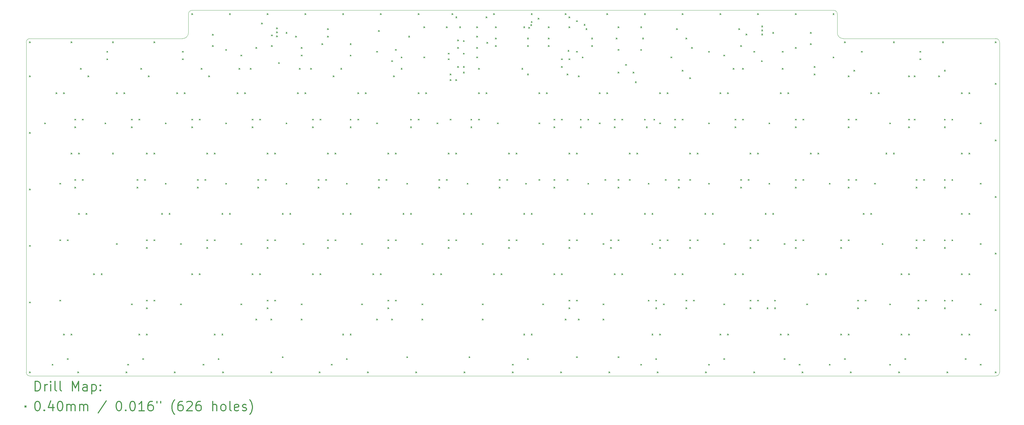
<source format=gbr>
%FSLAX45Y45*%
G04 Gerber Fmt 4.5, Leading zero omitted, Abs format (unit mm)*
G04 Created by KiCad (PCBNEW (5.1.8-0-10_14)) date 2021-11-24 06:39:21*
%MOMM*%
%LPD*%
G01*
G04 APERTURE LIST*
%TA.AperFunction,Profile*%
%ADD10C,0.050000*%
%TD*%
%ADD11C,0.200000*%
%ADD12C,0.300000*%
G04 APERTURE END LIST*
D10*
X-654844Y-13335011D02*
X-654844Y-13513605D01*
X-535782Y-13632668D02*
G75*
G02*
X-654844Y-13513605I0J119063D01*
G01*
X29944244Y-13632668D02*
X-535782Y-13632668D01*
X30063306Y-13513605D02*
X30063306Y-13335011D01*
X30063306Y-13513605D02*
G75*
G02*
X29944244Y-13632668I-119063J0D01*
G01*
X-654844Y-3095628D02*
X-654844Y-13335011D01*
X4583910Y-2083595D02*
X24824552Y-2083595D01*
X4464848Y-2202658D02*
G75*
G02*
X4583910Y-2083595I119063J0D01*
G01*
X4464848Y-2797971D02*
X4464848Y-2202658D01*
X4286254Y-2976565D02*
X-535782Y-2976565D01*
X4464848Y-2797971D02*
G75*
G02*
X4286254Y-2976565I-178594J0D01*
G01*
X-654844Y-3095628D02*
G75*
G02*
X-535782Y-2976565I119063J0D01*
G01*
X30063306Y-3095628D02*
X30063306Y-13335011D01*
X29944244Y-2976565D02*
G75*
G02*
X30063306Y-3095628I0J-119063D01*
G01*
X25122209Y-2976565D02*
X29944244Y-2976565D01*
X25122209Y-2976565D02*
G75*
G02*
X24943615Y-2797971I0J178594D01*
G01*
X24943615Y-2202658D02*
X24943615Y-2797971D01*
X24824552Y-2083595D02*
G75*
G02*
X24943615Y-2202658I0J-119063D01*
G01*
D11*
X-555782Y-3075628D02*
X-515782Y-3115628D01*
X-515782Y-3075628D02*
X-555782Y-3115628D01*
X-555782Y-4147191D02*
X-515782Y-4187191D01*
X-515782Y-4147191D02*
X-555782Y-4187191D01*
X-555782Y-5933130D02*
X-515782Y-5973130D01*
X-515782Y-5933130D02*
X-555782Y-5973130D01*
X-555782Y-7719069D02*
X-515782Y-7759069D01*
X-515782Y-7719069D02*
X-555782Y-7759069D01*
X-555782Y-9505008D02*
X-515782Y-9545008D01*
X-515782Y-9505008D02*
X-555782Y-9545008D01*
X-555782Y-11290947D02*
X-515782Y-11330947D01*
X-515782Y-11290947D02*
X-555782Y-11330947D01*
X-555782Y-13493605D02*
X-515782Y-13533605D01*
X-515782Y-13493605D02*
X-555782Y-13533605D01*
X-79531Y-5635473D02*
X-39531Y-5675473D01*
X-39531Y-5635473D02*
X-79531Y-5675473D01*
X158594Y-13255480D02*
X198594Y-13295480D01*
X198594Y-13255480D02*
X158594Y-13295480D01*
X277657Y-4682973D02*
X317657Y-4722973D01*
X317657Y-4682973D02*
X277657Y-4722973D01*
X396719Y-7540475D02*
X436719Y-7580475D01*
X436719Y-7540475D02*
X396719Y-7580475D01*
X396719Y-9326414D02*
X436719Y-9366414D01*
X436719Y-9326414D02*
X396719Y-9366414D01*
X396719Y-11231416D02*
X436719Y-11271416D01*
X436719Y-11231416D02*
X396719Y-11271416D01*
X515782Y-4682973D02*
X555782Y-4722973D01*
X555782Y-4682973D02*
X515782Y-4722973D01*
X515782Y-12302979D02*
X555782Y-12342979D01*
X555782Y-12302979D02*
X515782Y-12342979D01*
X634844Y-9326414D02*
X674844Y-9366414D01*
X674844Y-9326414D02*
X634844Y-9366414D01*
X634844Y-13076886D02*
X674844Y-13116886D01*
X674844Y-13076886D02*
X634844Y-13116886D01*
X753907Y-3075628D02*
X793907Y-3115628D01*
X793907Y-3075628D02*
X753907Y-3115628D01*
X753907Y-6587974D02*
X793907Y-6627974D01*
X793907Y-6587974D02*
X753907Y-6627974D01*
X753907Y-12302979D02*
X793907Y-12342979D01*
X793907Y-12302979D02*
X753907Y-12342979D01*
X872969Y-5516411D02*
X912969Y-5556411D01*
X912969Y-5516411D02*
X872969Y-5556411D01*
X872969Y-5754536D02*
X912969Y-5794536D01*
X912969Y-5754536D02*
X872969Y-5794536D01*
X872969Y-7421412D02*
X912969Y-7461412D01*
X912969Y-7421412D02*
X872969Y-7461412D01*
X872969Y-7659538D02*
X912969Y-7699538D01*
X912969Y-7659538D02*
X872969Y-7699538D01*
X968219Y-13493605D02*
X1008219Y-13533605D01*
X1008219Y-13493605D02*
X968219Y-13533605D01*
X992032Y-6587974D02*
X1032032Y-6627974D01*
X1032032Y-6587974D02*
X992032Y-6627974D01*
X992032Y-8492976D02*
X1032032Y-8532976D01*
X1032032Y-8492976D02*
X992032Y-8532976D01*
X1051563Y-3909066D02*
X1091563Y-3949066D01*
X1091563Y-3909066D02*
X1051563Y-3949066D01*
X1111095Y-5516411D02*
X1151095Y-5556411D01*
X1151095Y-5516411D02*
X1111095Y-5556411D01*
X1111095Y-7421412D02*
X1151095Y-7461412D01*
X1151095Y-7421412D02*
X1111095Y-7461412D01*
X1230157Y-8492976D02*
X1270157Y-8532976D01*
X1270157Y-8492976D02*
X1230157Y-8532976D01*
X1289689Y-4147191D02*
X1329689Y-4187191D01*
X1329689Y-4147191D02*
X1289689Y-4187191D01*
X1468282Y-10397978D02*
X1508282Y-10437978D01*
X1508282Y-10397978D02*
X1468282Y-10437978D01*
X1706408Y-10397978D02*
X1746408Y-10437978D01*
X1746408Y-10397978D02*
X1706408Y-10437978D01*
X1825470Y-5635473D02*
X1865470Y-5675473D01*
X1865470Y-5635473D02*
X1825470Y-5675473D01*
X1885002Y-3373284D02*
X1925002Y-3413284D01*
X1925002Y-3373284D02*
X1885002Y-3413284D01*
X1885002Y-3611409D02*
X1925002Y-3651409D01*
X1925002Y-3611409D02*
X1885002Y-3651409D01*
X2063595Y-3075628D02*
X2103596Y-3115628D01*
X2103596Y-3075628D02*
X2063595Y-3115628D01*
X2063595Y-6587974D02*
X2103596Y-6627974D01*
X2103596Y-6587974D02*
X2063595Y-6627974D01*
X2182658Y-4682973D02*
X2222658Y-4722973D01*
X2222658Y-4682973D02*
X2182658Y-4722973D01*
X2182658Y-9445477D02*
X2222658Y-9485477D01*
X2222658Y-9445477D02*
X2182658Y-9485477D01*
X2420783Y-4682973D02*
X2460783Y-4722973D01*
X2460783Y-4682973D02*
X2420783Y-4722973D01*
X2492221Y-13493605D02*
X2532221Y-13533605D01*
X2532221Y-13493605D02*
X2492221Y-13533605D01*
X2539846Y-13255480D02*
X2579846Y-13295480D01*
X2579846Y-13255480D02*
X2539846Y-13295480D01*
X2658909Y-5516411D02*
X2698909Y-5556411D01*
X2698909Y-5516411D02*
X2658909Y-5556411D01*
X2658909Y-5754536D02*
X2698909Y-5794536D01*
X2698909Y-5754536D02*
X2658909Y-5794536D01*
X2658909Y-11350478D02*
X2698909Y-11390478D01*
X2698909Y-11350478D02*
X2658909Y-11390478D01*
X2837502Y-7421412D02*
X2877502Y-7461412D01*
X2877502Y-7421412D02*
X2837502Y-7461412D01*
X2837502Y-7659538D02*
X2877502Y-7699538D01*
X2877502Y-7659538D02*
X2837502Y-7699538D01*
X2897034Y-5516411D02*
X2937034Y-5556411D01*
X2937034Y-5516411D02*
X2897034Y-5556411D01*
X2897034Y-12302979D02*
X2937034Y-12342979D01*
X2937034Y-12302979D02*
X2897034Y-12342979D01*
X2956565Y-3909066D02*
X2996565Y-3949066D01*
X2996565Y-3909066D02*
X2956565Y-3949066D01*
X3016096Y-13076886D02*
X3056096Y-13116886D01*
X3056096Y-13076886D02*
X3016096Y-13116886D01*
X3075628Y-7421412D02*
X3115628Y-7461412D01*
X3115628Y-7421412D02*
X3075628Y-7461412D01*
X3135159Y-6587974D02*
X3175159Y-6627974D01*
X3175159Y-6587974D02*
X3135159Y-6627974D01*
X3135159Y-9326414D02*
X3175159Y-9366414D01*
X3175159Y-9326414D02*
X3135159Y-9366414D01*
X3135159Y-9564539D02*
X3175159Y-9604539D01*
X3175159Y-9564539D02*
X3135159Y-9604539D01*
X3135159Y-11231416D02*
X3175159Y-11271416D01*
X3175159Y-11231416D02*
X3135159Y-11271416D01*
X3135159Y-11469541D02*
X3175159Y-11509541D01*
X3175159Y-11469541D02*
X3135159Y-11509541D01*
X3135159Y-12302979D02*
X3175159Y-12342979D01*
X3175159Y-12302979D02*
X3135159Y-12342979D01*
X3194690Y-4147191D02*
X3234690Y-4187191D01*
X3234690Y-4147191D02*
X3194690Y-4187191D01*
X3373284Y-3075628D02*
X3413284Y-3115628D01*
X3413284Y-3075628D02*
X3373284Y-3115628D01*
X3373284Y-6587974D02*
X3413284Y-6627974D01*
X3413284Y-6587974D02*
X3373284Y-6627974D01*
X3373284Y-9326414D02*
X3413284Y-9366414D01*
X3413284Y-9326414D02*
X3373284Y-9366414D01*
X3373284Y-11231416D02*
X3413284Y-11271416D01*
X3413284Y-11231416D02*
X3373284Y-11271416D01*
X3611409Y-8492976D02*
X3651409Y-8532976D01*
X3651409Y-8492976D02*
X3611409Y-8532976D01*
X3730472Y-5635473D02*
X3770472Y-5675473D01*
X3770472Y-5635473D02*
X3730472Y-5675473D01*
X3730472Y-7540475D02*
X3770472Y-7580475D01*
X3770472Y-7540475D02*
X3730472Y-7580475D01*
X3849534Y-8492976D02*
X3889534Y-8532976D01*
X3889534Y-8492976D02*
X3849534Y-8532976D01*
X4016222Y-13493605D02*
X4056222Y-13533605D01*
X4056222Y-13493605D02*
X4016222Y-13533605D01*
X4087660Y-4682973D02*
X4127660Y-4722973D01*
X4127660Y-4682973D02*
X4087660Y-4722973D01*
X4206722Y-9445477D02*
X4246722Y-9485477D01*
X4246722Y-9445477D02*
X4206722Y-9485477D01*
X4206722Y-11350478D02*
X4246722Y-11390478D01*
X4246722Y-11350478D02*
X4206722Y-11390478D01*
X4266254Y-3373284D02*
X4306254Y-3413284D01*
X4306254Y-3373284D02*
X4266254Y-3413284D01*
X4266254Y-3611409D02*
X4306254Y-3651409D01*
X4306254Y-3611409D02*
X4266254Y-3651409D01*
X4325785Y-4682973D02*
X4365785Y-4722973D01*
X4365785Y-4682973D02*
X4325785Y-4722973D01*
X4563910Y-2182658D02*
X4603910Y-2222658D01*
X4603910Y-2182658D02*
X4563910Y-2222658D01*
X4563910Y-5516411D02*
X4603910Y-5556411D01*
X4603910Y-5516411D02*
X4563910Y-5556411D01*
X4563910Y-5754536D02*
X4603910Y-5794536D01*
X4603910Y-5754536D02*
X4563910Y-5794536D01*
X4563910Y-10397978D02*
X4603910Y-10437978D01*
X4603910Y-10397978D02*
X4563910Y-10437978D01*
X4742504Y-7421412D02*
X4782504Y-7461412D01*
X4782504Y-7421412D02*
X4742504Y-7461412D01*
X4742504Y-7659538D02*
X4782504Y-7699538D01*
X4782504Y-7659538D02*
X4742504Y-7699538D01*
X4802035Y-5516411D02*
X4842035Y-5556411D01*
X4842035Y-5516411D02*
X4802035Y-5556411D01*
X4802035Y-10397978D02*
X4842035Y-10437978D01*
X4842035Y-10397978D02*
X4802035Y-10437978D01*
X4861567Y-3909066D02*
X4901567Y-3949066D01*
X4901567Y-3909066D02*
X4861567Y-3949066D01*
X4921098Y-13255480D02*
X4961098Y-13295480D01*
X4961098Y-13255480D02*
X4921098Y-13295480D01*
X4980629Y-7421412D02*
X5020629Y-7461412D01*
X5020629Y-7421412D02*
X4980629Y-7461412D01*
X5040161Y-6587974D02*
X5080161Y-6627974D01*
X5080161Y-6587974D02*
X5040161Y-6627974D01*
X5040161Y-9326414D02*
X5080161Y-9366414D01*
X5080161Y-9326414D02*
X5040161Y-9366414D01*
X5040161Y-9564539D02*
X5080161Y-9604539D01*
X5080161Y-9564539D02*
X5040161Y-9604539D01*
X5099692Y-4147191D02*
X5139692Y-4187191D01*
X5139692Y-4147191D02*
X5099692Y-4187191D01*
X5218754Y-2837502D02*
X5258754Y-2877502D01*
X5258754Y-2837502D02*
X5218754Y-2877502D01*
X5218754Y-3194690D02*
X5258754Y-3234690D01*
X5258754Y-3194690D02*
X5218754Y-3234690D01*
X5278286Y-6587974D02*
X5318286Y-6627974D01*
X5318286Y-6587974D02*
X5278286Y-6627974D01*
X5278286Y-9326414D02*
X5318286Y-9366414D01*
X5318286Y-9326414D02*
X5278286Y-9366414D01*
X5278286Y-12302979D02*
X5318286Y-12342979D01*
X5318286Y-12302979D02*
X5278286Y-12342979D01*
X5397348Y-13076886D02*
X5437348Y-13116886D01*
X5437348Y-13076886D02*
X5397348Y-13116886D01*
X5516411Y-8492976D02*
X5556411Y-8532976D01*
X5556411Y-8492976D02*
X5516411Y-8532976D01*
X5516411Y-12302979D02*
X5556411Y-12342979D01*
X5556411Y-12302979D02*
X5516411Y-12342979D01*
X5540223Y-13493605D02*
X5580223Y-13533605D01*
X5580223Y-13493605D02*
X5540223Y-13533605D01*
X5635473Y-3313753D02*
X5675473Y-3353753D01*
X5675473Y-3313753D02*
X5635473Y-3353753D01*
X5635473Y-5635473D02*
X5675473Y-5675473D01*
X5675473Y-5635473D02*
X5635473Y-5675473D01*
X5635473Y-7540475D02*
X5675473Y-7580475D01*
X5675473Y-7540475D02*
X5635473Y-7580475D01*
X5754535Y-2182658D02*
X5794535Y-2222658D01*
X5794535Y-2182658D02*
X5754535Y-2222658D01*
X5754536Y-8492976D02*
X5794536Y-8532976D01*
X5794536Y-8492976D02*
X5754536Y-8532976D01*
X5992661Y-4682973D02*
X6032661Y-4722973D01*
X6032661Y-4682973D02*
X5992661Y-4722973D01*
X6052193Y-3909066D02*
X6092193Y-3949066D01*
X6092193Y-3909066D02*
X6052193Y-3949066D01*
X6111724Y-3492347D02*
X6151724Y-3532347D01*
X6151724Y-3492347D02*
X6111724Y-3532347D01*
X6111724Y-9445477D02*
X6151724Y-9485477D01*
X6151724Y-9445477D02*
X6111724Y-9485477D01*
X6111724Y-11350478D02*
X6151724Y-11390478D01*
X6151724Y-11350478D02*
X6111724Y-11390478D01*
X6230786Y-4682973D02*
X6270786Y-4722973D01*
X6270786Y-4682973D02*
X6230786Y-4722973D01*
X6409380Y-3909066D02*
X6449380Y-3949066D01*
X6449380Y-3909066D02*
X6409380Y-3949066D01*
X6468912Y-5516411D02*
X6508912Y-5556411D01*
X6508912Y-5516411D02*
X6468912Y-5556411D01*
X6468912Y-5754536D02*
X6508912Y-5794536D01*
X6508912Y-5754536D02*
X6468912Y-5794536D01*
X6468912Y-10397978D02*
X6508912Y-10437978D01*
X6508912Y-10397978D02*
X6468912Y-10437978D01*
X6587974Y-3254221D02*
X6627974Y-3294221D01*
X6627974Y-3254221D02*
X6587974Y-3294221D01*
X6587974Y-11826729D02*
X6627974Y-11866729D01*
X6627974Y-11826729D02*
X6587974Y-11866729D01*
X6647506Y-7421412D02*
X6687506Y-7461412D01*
X6687506Y-7421412D02*
X6647506Y-7461412D01*
X6647506Y-7659538D02*
X6687506Y-7699538D01*
X6687506Y-7659538D02*
X6647506Y-7699538D01*
X6707037Y-5516411D02*
X6747037Y-5556411D01*
X6747037Y-5516411D02*
X6707037Y-5556411D01*
X6707037Y-10397978D02*
X6747037Y-10437978D01*
X6747037Y-10397978D02*
X6707037Y-10437978D01*
X6766568Y-2480315D02*
X6806568Y-2520315D01*
X6806568Y-2480315D02*
X6766568Y-2520315D01*
X6885631Y-7421412D02*
X6925631Y-7461412D01*
X6925631Y-7421412D02*
X6885631Y-7461412D01*
X6945160Y-2182658D02*
X6985160Y-2222658D01*
X6985160Y-2182658D02*
X6945160Y-2222658D01*
X6945162Y-6587974D02*
X6985162Y-6627974D01*
X6985162Y-6587974D02*
X6945162Y-6627974D01*
X6945162Y-9326414D02*
X6985162Y-9366414D01*
X6985162Y-9326414D02*
X6945162Y-9366414D01*
X6945162Y-9564539D02*
X6985162Y-9604539D01*
X6985162Y-9564539D02*
X6945162Y-9604539D01*
X6945162Y-11231416D02*
X6985162Y-11271416D01*
X6985162Y-11231416D02*
X6945162Y-11271416D01*
X6945162Y-11469541D02*
X6985162Y-11509541D01*
X6985162Y-11469541D02*
X6945162Y-11509541D01*
X7064224Y-13493605D02*
X7104224Y-13533605D01*
X7104224Y-13493605D02*
X7064224Y-13533605D01*
X7064225Y-11826729D02*
X7104225Y-11866729D01*
X7104225Y-11826729D02*
X7064225Y-11866729D01*
X7076725Y-2857629D02*
X7116725Y-2897629D01*
X7116725Y-2857629D02*
X7076725Y-2897629D01*
X7076725Y-3194690D02*
X7116725Y-3234690D01*
X7116725Y-3194690D02*
X7076725Y-3234690D01*
X7183287Y-6587974D02*
X7223287Y-6627974D01*
X7223287Y-6587974D02*
X7183287Y-6627974D01*
X7183287Y-9326414D02*
X7223287Y-9366414D01*
X7223287Y-9326414D02*
X7183287Y-9366414D01*
X7183287Y-11231416D02*
X7223287Y-11271416D01*
X7223287Y-11231416D02*
X7183287Y-11271416D01*
X7242818Y-2885143D02*
X7282818Y-2925143D01*
X7282818Y-2885143D02*
X7242818Y-2925143D01*
X7242819Y-2631128D02*
X7282819Y-2671128D01*
X7282819Y-2631128D02*
X7242819Y-2671128D01*
X7242819Y-2758128D02*
X7282819Y-2798128D01*
X7282819Y-2758128D02*
X7242819Y-2798128D01*
X7302350Y-3730472D02*
X7342350Y-3770472D01*
X7342350Y-3730472D02*
X7302350Y-3770472D01*
X7421412Y-8492976D02*
X7461412Y-8532976D01*
X7461412Y-8492976D02*
X7421412Y-8532976D01*
X7421412Y-13017355D02*
X7461412Y-13057355D01*
X7461412Y-13017355D02*
X7421412Y-13057355D01*
X7540475Y-2777971D02*
X7580475Y-2817971D01*
X7580475Y-2777971D02*
X7540475Y-2817971D01*
X7540475Y-5635473D02*
X7580475Y-5675473D01*
X7580475Y-5635473D02*
X7540475Y-5675473D01*
X7540475Y-7540475D02*
X7580475Y-7580475D01*
X7580475Y-7540475D02*
X7540475Y-7580475D01*
X7659538Y-8492976D02*
X7699538Y-8532976D01*
X7699538Y-8492976D02*
X7659538Y-8532976D01*
X7838132Y-2897034D02*
X7878132Y-2937034D01*
X7878132Y-2897034D02*
X7838132Y-2937034D01*
X7897663Y-4682973D02*
X7937663Y-4722973D01*
X7937663Y-4682973D02*
X7897663Y-4722973D01*
X7957194Y-3909066D02*
X7997194Y-3949066D01*
X7997194Y-3909066D02*
X7957194Y-3949066D01*
X8016725Y-3254221D02*
X8056725Y-3294221D01*
X8056725Y-3254221D02*
X8016725Y-3294221D01*
X8016725Y-3492347D02*
X8056725Y-3532347D01*
X8056725Y-3492347D02*
X8016725Y-3532347D01*
X8016725Y-11350478D02*
X8056725Y-11390478D01*
X8056725Y-11350478D02*
X8016725Y-11390478D01*
X8016725Y-11826729D02*
X8056725Y-11866729D01*
X8056725Y-11826729D02*
X8016725Y-11866729D01*
X8076257Y-9445477D02*
X8116257Y-9485477D01*
X8116257Y-9445477D02*
X8076257Y-9485477D01*
X8135785Y-2182658D02*
X8175785Y-2222658D01*
X8175785Y-2182658D02*
X8135785Y-2222658D01*
X8135788Y-4682973D02*
X8175788Y-4722973D01*
X8175788Y-4682973D02*
X8135788Y-4722973D01*
X8314382Y-3909066D02*
X8354382Y-3949066D01*
X8354382Y-3909066D02*
X8314382Y-3949066D01*
X8373913Y-5516411D02*
X8413913Y-5556411D01*
X8413913Y-5516411D02*
X8373913Y-5556411D01*
X8373913Y-5754536D02*
X8413913Y-5794536D01*
X8413913Y-5754536D02*
X8373913Y-5794536D01*
X8373913Y-10397978D02*
X8413913Y-10437978D01*
X8413913Y-10397978D02*
X8373913Y-10437978D01*
X8552507Y-7421412D02*
X8592507Y-7461412D01*
X8592507Y-7421412D02*
X8552507Y-7461412D01*
X8552507Y-7659538D02*
X8592507Y-7699538D01*
X8592507Y-7659538D02*
X8552507Y-7699538D01*
X8588226Y-13493605D02*
X8628226Y-13533605D01*
X8628226Y-13493605D02*
X8588226Y-13533605D01*
X8612039Y-5516411D02*
X8652039Y-5556411D01*
X8652039Y-5516411D02*
X8612039Y-5556411D01*
X8612039Y-10397978D02*
X8652039Y-10437978D01*
X8652039Y-10397978D02*
X8612039Y-10437978D01*
X8671570Y-3135159D02*
X8711570Y-3175159D01*
X8711570Y-3135159D02*
X8671570Y-3175159D01*
X8790632Y-7421412D02*
X8830632Y-7461412D01*
X8830632Y-7421412D02*
X8790632Y-7461412D01*
X8850164Y-2658909D02*
X8890164Y-2698909D01*
X8890164Y-2658909D02*
X8850164Y-2698909D01*
X8850164Y-2897034D02*
X8890164Y-2937034D01*
X8890164Y-2897034D02*
X8850164Y-2937034D01*
X8850164Y-6587974D02*
X8890164Y-6627974D01*
X8890164Y-6587974D02*
X8850164Y-6627974D01*
X8850164Y-9326414D02*
X8890164Y-9366414D01*
X8890164Y-9326414D02*
X8850164Y-9366414D01*
X8850164Y-9564539D02*
X8890164Y-9604539D01*
X8890164Y-9564539D02*
X8850164Y-9604539D01*
X8969226Y-13255480D02*
X9009226Y-13295480D01*
X9009226Y-13255480D02*
X8969226Y-13295480D01*
X9028758Y-4147191D02*
X9068758Y-4187191D01*
X9068758Y-4147191D02*
X9028758Y-4187191D01*
X9088289Y-6587974D02*
X9128289Y-6627974D01*
X9128289Y-6587974D02*
X9088289Y-6627974D01*
X9088289Y-9326414D02*
X9128289Y-9366414D01*
X9128289Y-9326414D02*
X9088289Y-9366414D01*
X9266883Y-3909066D02*
X9306883Y-3949066D01*
X9306883Y-3909066D02*
X9266883Y-3949066D01*
X9326410Y-2182658D02*
X9366410Y-2222658D01*
X9366410Y-2182658D02*
X9326410Y-2222658D01*
X9326414Y-8492976D02*
X9366414Y-8532976D01*
X9366414Y-8492976D02*
X9326414Y-8532976D01*
X9326414Y-12302979D02*
X9366414Y-12342979D01*
X9366414Y-12302979D02*
X9326414Y-12342979D01*
X9445477Y-7540475D02*
X9485477Y-7580475D01*
X9485477Y-7540475D02*
X9445477Y-7580475D01*
X9445477Y-13076886D02*
X9485477Y-13116886D01*
X9485477Y-13076886D02*
X9445477Y-13116886D01*
X9564539Y-3135159D02*
X9604539Y-3175159D01*
X9604539Y-3135159D02*
X9564539Y-3175159D01*
X9564539Y-3492347D02*
X9604539Y-3532347D01*
X9604539Y-3492347D02*
X9564539Y-3532347D01*
X9564539Y-5516411D02*
X9604539Y-5556411D01*
X9604539Y-5516411D02*
X9564539Y-5556411D01*
X9564539Y-5754536D02*
X9604539Y-5794536D01*
X9604539Y-5754536D02*
X9564539Y-5794536D01*
X9564539Y-8492976D02*
X9604539Y-8532976D01*
X9604539Y-8492976D02*
X9564539Y-8532976D01*
X9564539Y-12302979D02*
X9604539Y-12342979D01*
X9604539Y-12302979D02*
X9564539Y-12342979D01*
X9802665Y-4682973D02*
X9842665Y-4722973D01*
X9842665Y-4682973D02*
X9802665Y-4722973D01*
X9802665Y-5516411D02*
X9842665Y-5556411D01*
X9842665Y-5516411D02*
X9802665Y-5556411D01*
X9921727Y-9445477D02*
X9961727Y-9485477D01*
X9961727Y-9445477D02*
X9921727Y-9485477D01*
X9921727Y-11350478D02*
X9961727Y-11390478D01*
X9961727Y-11350478D02*
X9921727Y-11390478D01*
X10040790Y-4682973D02*
X10080790Y-4722973D01*
X10080790Y-4682973D02*
X10040790Y-4722973D01*
X10112227Y-13493605D02*
X10152227Y-13533605D01*
X10152227Y-13493605D02*
X10112227Y-13533605D01*
X10278915Y-10397978D02*
X10318915Y-10437978D01*
X10318915Y-10397978D02*
X10278915Y-10437978D01*
X10397978Y-3373284D02*
X10437978Y-3413284D01*
X10437978Y-3373284D02*
X10397978Y-3413284D01*
X10397978Y-5635473D02*
X10437978Y-5675473D01*
X10437978Y-5635473D02*
X10397978Y-5675473D01*
X10397978Y-11826729D02*
X10437978Y-11866729D01*
X10437978Y-11826729D02*
X10397978Y-11866729D01*
X10457509Y-2718440D02*
X10497509Y-2758440D01*
X10497509Y-2718440D02*
X10457509Y-2758440D01*
X10457509Y-7421412D02*
X10497509Y-7461412D01*
X10497509Y-7421412D02*
X10457509Y-7461412D01*
X10457509Y-7659538D02*
X10497509Y-7699538D01*
X10497509Y-7659538D02*
X10457509Y-7699538D01*
X10517035Y-2182658D02*
X10557035Y-2222658D01*
X10557035Y-2182658D02*
X10517035Y-2222658D01*
X10517040Y-10397978D02*
X10557040Y-10437978D01*
X10557040Y-10397978D02*
X10517040Y-10437978D01*
X10695634Y-7421412D02*
X10735634Y-7461412D01*
X10735634Y-7421412D02*
X10695634Y-7461412D01*
X10755165Y-6587974D02*
X10795165Y-6627974D01*
X10795165Y-6587974D02*
X10755165Y-6627974D01*
X10755165Y-9326414D02*
X10795165Y-9366414D01*
X10795165Y-9326414D02*
X10755165Y-9366414D01*
X10755165Y-9564539D02*
X10795165Y-9604539D01*
X10795165Y-9564539D02*
X10755165Y-9604539D01*
X10755165Y-11231416D02*
X10795165Y-11271416D01*
X10795165Y-11231416D02*
X10755165Y-11271416D01*
X10755165Y-11469541D02*
X10795165Y-11509541D01*
X10795165Y-11469541D02*
X10755165Y-11509541D01*
X10874228Y-3670941D02*
X10914228Y-3710941D01*
X10914228Y-3670941D02*
X10874228Y-3710941D01*
X10874228Y-11826729D02*
X10914228Y-11866729D01*
X10914228Y-11826729D02*
X10874228Y-11866729D01*
X10933759Y-4147191D02*
X10973759Y-4187191D01*
X10973759Y-4147191D02*
X10933759Y-4187191D01*
X10993291Y-3313753D02*
X11033291Y-3353753D01*
X11033291Y-3313753D02*
X10993291Y-3353753D01*
X10993291Y-6587974D02*
X11033291Y-6627974D01*
X11033291Y-6587974D02*
X10993291Y-6627974D01*
X10993291Y-9326414D02*
X11033291Y-9366414D01*
X11033291Y-9326414D02*
X10993291Y-9366414D01*
X10993291Y-11231416D02*
X11033291Y-11271416D01*
X11033291Y-11231416D02*
X10993291Y-11271416D01*
X11171884Y-3551878D02*
X11211884Y-3591878D01*
X11211884Y-3551878D02*
X11171884Y-3591878D01*
X11171884Y-3909066D02*
X11211884Y-3949066D01*
X11211884Y-3909066D02*
X11171884Y-3949066D01*
X11231416Y-8492976D02*
X11271416Y-8532976D01*
X11271416Y-8492976D02*
X11231416Y-8532976D01*
X11350478Y-7540475D02*
X11390478Y-7580475D01*
X11390478Y-7540475D02*
X11350478Y-7580475D01*
X11350478Y-13017355D02*
X11390478Y-13057355D01*
X11390478Y-13017355D02*
X11350478Y-13057355D01*
X11410010Y-2897034D02*
X11450010Y-2937034D01*
X11450010Y-2897034D02*
X11410010Y-2937034D01*
X11469541Y-5516411D02*
X11509541Y-5556411D01*
X11509541Y-5516411D02*
X11469541Y-5556411D01*
X11469541Y-5754536D02*
X11509541Y-5794536D01*
X11509541Y-5754536D02*
X11469541Y-5794536D01*
X11469541Y-8492976D02*
X11509541Y-8532976D01*
X11509541Y-8492976D02*
X11469541Y-8532976D01*
X11636228Y-13493605D02*
X11676228Y-13533605D01*
X11676228Y-13493605D02*
X11636228Y-13533605D01*
X11707660Y-2182658D02*
X11747660Y-2222658D01*
X11747660Y-2182658D02*
X11707660Y-2222658D01*
X11707666Y-4682973D02*
X11747666Y-4722973D01*
X11747666Y-4682973D02*
X11707666Y-4722973D01*
X11707666Y-5516411D02*
X11747666Y-5556411D01*
X11747666Y-5516411D02*
X11707666Y-5556411D01*
X11826729Y-9445477D02*
X11866729Y-9485477D01*
X11866729Y-9445477D02*
X11826729Y-9485477D01*
X11826729Y-11350478D02*
X11866729Y-11390478D01*
X11866729Y-11350478D02*
X11826729Y-11390478D01*
X11826729Y-11826729D02*
X11866729Y-11866729D01*
X11866729Y-11826729D02*
X11826729Y-11866729D01*
X11886260Y-2599377D02*
X11926260Y-2639377D01*
X11926260Y-2599377D02*
X11886260Y-2639377D01*
X11886260Y-3551878D02*
X11926260Y-3591878D01*
X11926260Y-3551878D02*
X11886260Y-3591878D01*
X11945791Y-4682973D02*
X11985791Y-4722973D01*
X11985791Y-4682973D02*
X11945791Y-4722973D01*
X12183916Y-10397978D02*
X12223916Y-10437978D01*
X12223916Y-10397978D02*
X12183916Y-10437978D01*
X12302979Y-5635473D02*
X12342979Y-5675473D01*
X12342979Y-5635473D02*
X12302979Y-5675473D01*
X12362510Y-7421412D02*
X12402510Y-7461412D01*
X12402510Y-7421412D02*
X12362510Y-7461412D01*
X12362510Y-7659538D02*
X12402510Y-7699538D01*
X12402510Y-7659538D02*
X12362510Y-7699538D01*
X12422042Y-10397978D02*
X12462042Y-10437978D01*
X12462042Y-10397978D02*
X12422042Y-10437978D01*
X12600636Y-2599377D02*
X12640636Y-2639377D01*
X12640636Y-2599377D02*
X12600636Y-2639377D01*
X12600636Y-7421412D02*
X12640636Y-7461412D01*
X12640636Y-7421412D02*
X12600636Y-7461412D01*
X12660167Y-3432815D02*
X12700167Y-3472815D01*
X12700167Y-3432815D02*
X12660167Y-3472815D01*
X12660167Y-3611409D02*
X12700167Y-3651409D01*
X12700167Y-3611409D02*
X12660167Y-3651409D01*
X12660167Y-6587974D02*
X12700167Y-6627974D01*
X12700167Y-6587974D02*
X12660167Y-6627974D01*
X12660167Y-9326414D02*
X12700167Y-9366414D01*
X12700167Y-9326414D02*
X12660167Y-9366414D01*
X12660167Y-9564539D02*
X12700167Y-9604539D01*
X12700167Y-9564539D02*
X12660167Y-9604539D01*
X12719698Y-4087660D02*
X12759698Y-4127660D01*
X12759698Y-4087660D02*
X12719698Y-4127660D01*
X12719698Y-4266254D02*
X12759698Y-4306254D01*
X12759698Y-4266254D02*
X12719698Y-4306254D01*
X12719698Y-5516411D02*
X12759698Y-5556411D01*
X12759698Y-5516411D02*
X12719698Y-5556411D01*
X12779229Y-2182658D02*
X12819229Y-2222658D01*
X12819229Y-2182658D02*
X12779229Y-2222658D01*
X12898292Y-4266254D02*
X12938292Y-4306254D01*
X12938292Y-4266254D02*
X12898292Y-4306254D01*
X12898292Y-6587974D02*
X12938292Y-6627974D01*
X12938292Y-6587974D02*
X12898292Y-6627974D01*
X12898292Y-9326414D02*
X12938292Y-9366414D01*
X12938292Y-9326414D02*
X12898292Y-9366414D01*
X12900322Y-2288752D02*
X12940322Y-2328752D01*
X12940322Y-2288752D02*
X12900322Y-2328752D01*
X12957823Y-3016096D02*
X12997823Y-3056096D01*
X12997823Y-3016096D02*
X12957823Y-3056096D01*
X12957823Y-3254221D02*
X12997823Y-3294221D01*
X12997823Y-3254221D02*
X12957823Y-3294221D01*
X12957823Y-3849534D02*
X12997823Y-3889534D01*
X12997823Y-3849534D02*
X12957823Y-3889534D01*
X13017355Y-2599377D02*
X13057355Y-2639377D01*
X13057355Y-2599377D02*
X13017355Y-2639377D01*
X13136417Y-3035159D02*
X13176417Y-3075159D01*
X13176417Y-3035159D02*
X13136417Y-3075159D01*
X13136417Y-3432815D02*
X13176417Y-3472815D01*
X13176417Y-3432815D02*
X13136417Y-3472815D01*
X13136417Y-3849534D02*
X13176417Y-3889534D01*
X13176417Y-3849534D02*
X13136417Y-3889534D01*
X13136417Y-4028128D02*
X13176417Y-4068128D01*
X13176417Y-4028128D02*
X13136417Y-4068128D01*
X13136417Y-8492976D02*
X13176417Y-8532976D01*
X13176417Y-8492976D02*
X13136417Y-8532976D01*
X13160229Y-13493605D02*
X13200229Y-13533605D01*
X13200229Y-13493605D02*
X13160229Y-13533605D01*
X13255480Y-7540475D02*
X13295480Y-7580475D01*
X13295480Y-7540475D02*
X13255480Y-7580475D01*
X13315011Y-13017355D02*
X13355011Y-13057355D01*
X13355011Y-13017355D02*
X13315011Y-13057355D01*
X13374542Y-5516411D02*
X13414542Y-5556411D01*
X13414542Y-5516411D02*
X13374542Y-5556411D01*
X13374542Y-5754536D02*
X13414542Y-5794536D01*
X13414542Y-5754536D02*
X13374542Y-5794536D01*
X13374542Y-8492976D02*
X13414542Y-8532976D01*
X13414542Y-8492976D02*
X13374542Y-8532976D01*
X13553136Y-2599377D02*
X13593136Y-2639377D01*
X13593136Y-2599377D02*
X13553136Y-2639377D01*
X13553136Y-2897034D02*
X13593136Y-2937034D01*
X13593136Y-2897034D02*
X13553136Y-2937034D01*
X13553136Y-3254221D02*
X13593136Y-3294221D01*
X13593136Y-3254221D02*
X13553136Y-3294221D01*
X13553136Y-3551878D02*
X13593136Y-3591878D01*
X13593136Y-3551878D02*
X13553136Y-3591878D01*
X13612668Y-3909066D02*
X13652668Y-3949066D01*
X13652668Y-3909066D02*
X13612668Y-3949066D01*
X13612668Y-4682973D02*
X13652668Y-4722973D01*
X13652668Y-4682973D02*
X13612668Y-4722973D01*
X13612668Y-5516411D02*
X13652668Y-5556411D01*
X13652668Y-5516411D02*
X13612668Y-5556411D01*
X13731730Y-9445477D02*
X13771730Y-9485477D01*
X13771730Y-9445477D02*
X13731730Y-9485477D01*
X13731730Y-11350478D02*
X13771730Y-11390478D01*
X13771730Y-11350478D02*
X13731730Y-11390478D01*
X13731730Y-11826729D02*
X13771730Y-11866729D01*
X13771730Y-11826729D02*
X13731730Y-11866729D01*
X13850793Y-4682973D02*
X13890793Y-4722973D01*
X13890793Y-4682973D02*
X13850793Y-4722973D01*
X13852823Y-2288752D02*
X13892823Y-2328752D01*
X13892823Y-2288752D02*
X13852823Y-2328752D01*
X13877433Y-3087534D02*
X13917433Y-3127534D01*
X13917433Y-3087534D02*
X13877433Y-3127534D01*
X14088910Y-2182658D02*
X14128910Y-2222658D01*
X14128910Y-2182658D02*
X14088910Y-2222658D01*
X14088918Y-10397978D02*
X14128918Y-10437978D01*
X14128918Y-10397978D02*
X14088918Y-10437978D01*
X14148449Y-2599377D02*
X14188449Y-2639377D01*
X14188449Y-2599377D02*
X14148449Y-2639377D01*
X14148449Y-2956565D02*
X14188449Y-2996565D01*
X14188449Y-2956565D02*
X14148449Y-2996565D01*
X14148449Y-3194690D02*
X14188449Y-3234690D01*
X14188449Y-3194690D02*
X14148449Y-3234690D01*
X14207981Y-5635473D02*
X14247981Y-5675473D01*
X14247981Y-5635473D02*
X14207981Y-5675473D01*
X14267512Y-7421412D02*
X14307512Y-7461412D01*
X14307512Y-7421412D02*
X14267512Y-7461412D01*
X14267512Y-7659538D02*
X14307512Y-7699538D01*
X14307512Y-7659538D02*
X14267512Y-7699538D01*
X14327043Y-10397978D02*
X14367043Y-10437978D01*
X14367043Y-10397978D02*
X14327043Y-10437978D01*
X14505637Y-7421412D02*
X14545637Y-7461412D01*
X14545637Y-7421412D02*
X14505637Y-7461412D01*
X14565168Y-6587974D02*
X14605168Y-6627974D01*
X14605168Y-6587974D02*
X14565168Y-6627974D01*
X14565168Y-9326414D02*
X14605168Y-9366414D01*
X14605168Y-9326414D02*
X14565168Y-9366414D01*
X14565168Y-9564539D02*
X14605168Y-9604539D01*
X14605168Y-9564539D02*
X14565168Y-9604539D01*
X14684230Y-13493605D02*
X14724230Y-13533605D01*
X14724230Y-13493605D02*
X14684230Y-13533605D01*
X14684231Y-13255480D02*
X14724231Y-13295480D01*
X14724231Y-13255480D02*
X14684231Y-13295480D01*
X14803294Y-6587974D02*
X14843294Y-6627974D01*
X14843294Y-6587974D02*
X14803294Y-6627974D01*
X14803294Y-9326414D02*
X14843294Y-9366414D01*
X14843294Y-9326414D02*
X14803294Y-9366414D01*
X14981888Y-3909066D02*
X15021888Y-3949066D01*
X15021888Y-3909066D02*
X14981888Y-3949066D01*
X15041419Y-2599377D02*
X15081419Y-2639377D01*
X15081419Y-2599377D02*
X15041419Y-2639377D01*
X15041419Y-8492976D02*
X15081419Y-8532976D01*
X15081419Y-8492976D02*
X15041419Y-8532976D01*
X15041419Y-12302979D02*
X15081419Y-12342979D01*
X15081419Y-12302979D02*
X15041419Y-12342979D01*
X15100950Y-7540475D02*
X15140950Y-7580475D01*
X15140950Y-7540475D02*
X15100950Y-7580475D01*
X15160481Y-2956565D02*
X15200481Y-2996565D01*
X15200481Y-2956565D02*
X15160481Y-2996565D01*
X15160481Y-3194690D02*
X15200481Y-3234690D01*
X15200481Y-3194690D02*
X15160481Y-3234690D01*
X15160481Y-4087660D02*
X15200481Y-4127660D01*
X15200481Y-4087660D02*
X15160481Y-4127660D01*
X15160481Y-13076886D02*
X15200481Y-13116886D01*
X15200481Y-13076886D02*
X15160481Y-13116886D01*
X15200410Y-2618980D02*
X15240410Y-2658980D01*
X15240410Y-2618980D02*
X15200410Y-2658980D01*
X15262157Y-2532229D02*
X15302157Y-2572229D01*
X15302157Y-2532229D02*
X15262157Y-2572229D01*
X15279535Y-2182658D02*
X15319535Y-2222658D01*
X15319535Y-2182658D02*
X15279535Y-2222658D01*
X15279544Y-2433752D02*
X15319544Y-2473752D01*
X15319544Y-2433752D02*
X15279544Y-2473752D01*
X15279544Y-8492976D02*
X15319544Y-8532976D01*
X15319544Y-8492976D02*
X15279544Y-8532976D01*
X15279544Y-12302979D02*
X15319544Y-12342979D01*
X15319544Y-12302979D02*
X15279544Y-12342979D01*
X15493889Y-2325535D02*
X15533889Y-2365535D01*
X15533889Y-2325535D02*
X15493889Y-2365535D01*
X15517669Y-4682973D02*
X15557669Y-4722973D01*
X15557669Y-4682973D02*
X15517669Y-4722973D01*
X15517669Y-5635473D02*
X15557669Y-5675473D01*
X15557669Y-5635473D02*
X15517669Y-5675473D01*
X15517669Y-7421412D02*
X15557669Y-7461412D01*
X15557669Y-7421412D02*
X15517669Y-7461412D01*
X15636732Y-9445477D02*
X15676732Y-9485477D01*
X15676732Y-9445477D02*
X15636732Y-9485477D01*
X15636732Y-11350478D02*
X15676732Y-11390478D01*
X15676732Y-11350478D02*
X15636732Y-11390478D01*
X15755794Y-4682973D02*
X15795794Y-4722973D01*
X15795794Y-4682973D02*
X15755794Y-4722973D01*
X15815326Y-2599377D02*
X15855326Y-2639377D01*
X15855326Y-2599377D02*
X15815326Y-2639377D01*
X15815326Y-2956565D02*
X15855326Y-2996565D01*
X15855326Y-2956565D02*
X15815326Y-2996565D01*
X15815326Y-3194690D02*
X15855326Y-3234690D01*
X15855326Y-3194690D02*
X15815326Y-3234690D01*
X15993920Y-5516411D02*
X16033920Y-5556411D01*
X16033920Y-5516411D02*
X15993920Y-5556411D01*
X15993920Y-5754536D02*
X16033920Y-5794536D01*
X16033920Y-5754536D02*
X15993920Y-5794536D01*
X15993920Y-7421412D02*
X16033920Y-7461412D01*
X16033920Y-7421412D02*
X15993920Y-7461412D01*
X15993920Y-7659538D02*
X16033920Y-7699538D01*
X16033920Y-7659538D02*
X15993920Y-7699538D01*
X15993920Y-10397978D02*
X16033920Y-10437978D01*
X16033920Y-10397978D02*
X15993920Y-10437978D01*
X16208231Y-13493605D02*
X16248231Y-13533605D01*
X16248231Y-13493605D02*
X16208231Y-13533605D01*
X16232045Y-3611409D02*
X16272045Y-3651409D01*
X16272045Y-3611409D02*
X16232045Y-3651409D01*
X16232045Y-3849534D02*
X16272045Y-3889534D01*
X16272045Y-3849534D02*
X16232045Y-3889534D01*
X16232045Y-5516411D02*
X16272045Y-5556411D01*
X16272045Y-5516411D02*
X16232045Y-5556411D01*
X16232045Y-10397978D02*
X16272045Y-10437978D01*
X16272045Y-10397978D02*
X16232045Y-10437978D01*
X16351107Y-2182658D02*
X16391107Y-2222658D01*
X16391107Y-2182658D02*
X16351107Y-2222658D01*
X16351107Y-11826729D02*
X16391107Y-11866729D01*
X16391107Y-11826729D02*
X16351107Y-11866729D01*
X16410639Y-4087660D02*
X16450639Y-4127660D01*
X16450639Y-4087660D02*
X16410639Y-4127660D01*
X16410639Y-7421412D02*
X16450639Y-7461412D01*
X16450639Y-7421412D02*
X16410639Y-7461412D01*
X16438420Y-3341534D02*
X16478420Y-3381534D01*
X16478420Y-3341534D02*
X16438420Y-3381534D01*
X16470170Y-2599377D02*
X16510170Y-2639377D01*
X16510170Y-2599377D02*
X16470170Y-2639377D01*
X16470170Y-3611409D02*
X16510170Y-3651409D01*
X16510170Y-3611409D02*
X16470170Y-3651409D01*
X16470170Y-6587974D02*
X16510170Y-6627974D01*
X16510170Y-6587974D02*
X16470170Y-6627974D01*
X16470170Y-9326414D02*
X16510170Y-9366414D01*
X16510170Y-9326414D02*
X16470170Y-9366414D01*
X16470170Y-9564539D02*
X16510170Y-9604539D01*
X16510170Y-9564539D02*
X16470170Y-9604539D01*
X16470170Y-11231416D02*
X16510170Y-11271416D01*
X16510170Y-11231416D02*
X16470170Y-11271416D01*
X16470170Y-11469541D02*
X16510170Y-11509541D01*
X16510170Y-11469541D02*
X16470170Y-11509541D01*
X16471427Y-2284755D02*
X16511427Y-2324755D01*
X16511427Y-2284755D02*
X16471427Y-2324755D01*
X16708295Y-2407815D02*
X16748295Y-2447815D01*
X16748295Y-2407815D02*
X16708295Y-2447815D01*
X16708295Y-3373284D02*
X16748295Y-3413284D01*
X16748295Y-3373284D02*
X16708295Y-3413284D01*
X16708295Y-6587974D02*
X16748295Y-6627974D01*
X16748295Y-6587974D02*
X16708295Y-6627974D01*
X16708295Y-9326414D02*
X16748295Y-9366414D01*
X16748295Y-9326414D02*
X16708295Y-9366414D01*
X16708295Y-11231416D02*
X16748295Y-11271416D01*
X16748295Y-11231416D02*
X16708295Y-11271416D01*
X16708295Y-13017355D02*
X16748295Y-13057355D01*
X16748295Y-13017355D02*
X16708295Y-13057355D01*
X16767827Y-4147191D02*
X16807827Y-4187191D01*
X16807827Y-4147191D02*
X16767827Y-4187191D01*
X16767827Y-11826729D02*
X16807827Y-11866729D01*
X16807827Y-11826729D02*
X16767827Y-11866729D01*
X16827358Y-5516411D02*
X16867358Y-5556411D01*
X16867358Y-5516411D02*
X16827358Y-5556411D01*
X16827358Y-5754536D02*
X16867358Y-5794536D01*
X16867358Y-5754536D02*
X16827358Y-5794536D01*
X16886889Y-3551878D02*
X16926889Y-3591878D01*
X16926889Y-3551878D02*
X16886889Y-3591878D01*
X16946421Y-2523754D02*
X16986421Y-2563754D01*
X16986421Y-2523754D02*
X16946421Y-2563754D01*
X16946421Y-8492976D02*
X16986421Y-8532976D01*
X16986421Y-8492976D02*
X16946421Y-8532976D01*
X17005952Y-2658909D02*
X17045952Y-2698909D01*
X17045952Y-2658909D02*
X17005952Y-2698909D01*
X17065483Y-5516411D02*
X17105483Y-5556411D01*
X17105483Y-5516411D02*
X17065483Y-5556411D01*
X17065483Y-7540475D02*
X17105483Y-7580475D01*
X17105483Y-7540475D02*
X17065483Y-7580475D01*
X17184546Y-2956565D02*
X17224546Y-2996565D01*
X17224546Y-2956565D02*
X17184546Y-2996565D01*
X17184546Y-3194690D02*
X17224546Y-3234690D01*
X17224546Y-3194690D02*
X17184546Y-3234690D01*
X17184546Y-8492976D02*
X17224546Y-8532976D01*
X17224546Y-8492976D02*
X17184546Y-8532976D01*
X17422671Y-4682973D02*
X17462671Y-4722973D01*
X17462671Y-4682973D02*
X17422671Y-4722973D01*
X17422671Y-5635473D02*
X17462671Y-5675473D01*
X17462671Y-5635473D02*
X17422671Y-5675473D01*
X17541734Y-9445477D02*
X17581734Y-9485477D01*
X17581734Y-9445477D02*
X17541734Y-9485477D01*
X17541734Y-11350478D02*
X17581734Y-11390478D01*
X17581734Y-11350478D02*
X17541734Y-11390478D01*
X17541734Y-11826729D02*
X17581734Y-11866729D01*
X17581734Y-11826729D02*
X17541734Y-11866729D01*
X17601265Y-7421412D02*
X17641265Y-7461412D01*
X17641265Y-7421412D02*
X17601265Y-7461412D01*
X17660785Y-2182658D02*
X17700785Y-2222658D01*
X17700785Y-2182658D02*
X17660785Y-2222658D01*
X17660796Y-4682973D02*
X17700796Y-4722973D01*
X17700796Y-4682973D02*
X17660796Y-4722973D01*
X17732233Y-13493605D02*
X17772233Y-13533605D01*
X17772233Y-13493605D02*
X17732233Y-13533605D01*
X17779859Y-9326414D02*
X17819859Y-9366414D01*
X17819859Y-9326414D02*
X17779859Y-9366414D01*
X17779859Y-9564539D02*
X17819859Y-9604539D01*
X17819859Y-9564539D02*
X17779859Y-9604539D01*
X17898921Y-5516411D02*
X17938921Y-5556411D01*
X17938921Y-5516411D02*
X17898921Y-5556411D01*
X17898921Y-5754536D02*
X17938921Y-5794536D01*
X17938921Y-5754536D02*
X17898921Y-5794536D01*
X17898921Y-10397978D02*
X17938921Y-10437978D01*
X17938921Y-10397978D02*
X17898921Y-10437978D01*
X17958453Y-2956565D02*
X17998453Y-2996565D01*
X17998453Y-2956565D02*
X17958453Y-2996565D01*
X18017984Y-2599377D02*
X18057984Y-2639377D01*
X18057984Y-2599377D02*
X18017984Y-2639377D01*
X18017984Y-3313753D02*
X18057984Y-3353753D01*
X18057984Y-3313753D02*
X18017984Y-3353753D01*
X18017984Y-4028128D02*
X18057984Y-4068128D01*
X18057984Y-4028128D02*
X18017984Y-4068128D01*
X18017984Y-7421412D02*
X18057984Y-7461412D01*
X18057984Y-7421412D02*
X18017984Y-7461412D01*
X18017984Y-7659538D02*
X18057984Y-7699538D01*
X18057984Y-7659538D02*
X18017984Y-7699538D01*
X18017984Y-9326414D02*
X18057984Y-9366414D01*
X18057984Y-9326414D02*
X18017984Y-9366414D01*
X18017984Y-13017355D02*
X18057984Y-13057355D01*
X18057984Y-13017355D02*
X18017984Y-13057355D01*
X18137047Y-5516411D02*
X18177047Y-5556411D01*
X18177047Y-5516411D02*
X18137047Y-5556411D01*
X18137047Y-10397978D02*
X18177047Y-10437978D01*
X18177047Y-10397978D02*
X18137047Y-10437978D01*
X18256109Y-3790003D02*
X18296109Y-3830003D01*
X18296109Y-3790003D02*
X18256109Y-3830003D01*
X18375172Y-6587974D02*
X18415172Y-6627974D01*
X18415172Y-6587974D02*
X18375172Y-6627974D01*
X18375172Y-7421412D02*
X18415172Y-7461412D01*
X18415172Y-7421412D02*
X18375172Y-7461412D01*
X18494234Y-4028128D02*
X18534234Y-4068128D01*
X18534234Y-4028128D02*
X18494234Y-4068128D01*
X18564234Y-4336253D02*
X18604234Y-4376253D01*
X18604234Y-4336253D02*
X18564234Y-4376253D01*
X18613297Y-6587974D02*
X18653297Y-6627974D01*
X18653297Y-6587974D02*
X18613297Y-6627974D01*
X18732360Y-2599377D02*
X18772360Y-2639377D01*
X18772360Y-2599377D02*
X18732360Y-2639377D01*
X18732360Y-3313753D02*
X18772360Y-3353753D01*
X18772360Y-3313753D02*
X18732360Y-3353753D01*
X18732360Y-13255480D02*
X18772360Y-13295480D01*
X18772360Y-13255480D02*
X18732360Y-13295480D01*
X18791891Y-2956565D02*
X18831891Y-2996565D01*
X18831891Y-2956565D02*
X18791891Y-2996565D01*
X18851410Y-2182658D02*
X18891410Y-2222658D01*
X18891410Y-2182658D02*
X18851410Y-2222658D01*
X18851422Y-5516411D02*
X18891422Y-5556411D01*
X18891422Y-5516411D02*
X18851422Y-5556411D01*
X18851422Y-8492976D02*
X18891422Y-8532976D01*
X18891422Y-8492976D02*
X18851422Y-8532976D01*
X18910953Y-5754536D02*
X18950953Y-5794536D01*
X18950953Y-5754536D02*
X18910953Y-5794536D01*
X18970485Y-7540475D02*
X19010485Y-7580475D01*
X19010485Y-7540475D02*
X18970485Y-7580475D01*
X18970485Y-11231416D02*
X19010485Y-11271416D01*
X19010485Y-11231416D02*
X18970485Y-11271416D01*
X19089547Y-8492976D02*
X19129547Y-8532976D01*
X19129547Y-8492976D02*
X19089547Y-8532976D01*
X19089547Y-9445477D02*
X19129547Y-9485477D01*
X19129547Y-9445477D02*
X19089547Y-9485477D01*
X19089547Y-12302979D02*
X19129547Y-12342979D01*
X19129547Y-12302979D02*
X19089547Y-12342979D01*
X19149079Y-5516411D02*
X19189079Y-5556411D01*
X19189079Y-5516411D02*
X19149079Y-5556411D01*
X19208610Y-11231416D02*
X19248610Y-11271416D01*
X19248610Y-11231416D02*
X19208610Y-11271416D01*
X19208610Y-11469541D02*
X19248610Y-11509541D01*
X19248610Y-11469541D02*
X19208610Y-11509541D01*
X19208610Y-13076886D02*
X19248610Y-13116886D01*
X19248610Y-13076886D02*
X19208610Y-13116886D01*
X19256234Y-13493605D02*
X19296234Y-13533605D01*
X19296234Y-13493605D02*
X19256234Y-13533605D01*
X19327673Y-4682973D02*
X19367673Y-4722973D01*
X19367673Y-4682973D02*
X19327673Y-4722973D01*
X19327673Y-5635473D02*
X19367673Y-5675473D01*
X19367673Y-5635473D02*
X19327673Y-5675473D01*
X19327673Y-9326414D02*
X19367673Y-9366414D01*
X19367673Y-9326414D02*
X19327673Y-9366414D01*
X19327673Y-9564539D02*
X19367673Y-9604539D01*
X19367673Y-9564539D02*
X19327673Y-9604539D01*
X19327673Y-12302979D02*
X19367673Y-12342979D01*
X19367673Y-12302979D02*
X19327673Y-12342979D01*
X19446735Y-11350478D02*
X19486735Y-11390478D01*
X19486735Y-11350478D02*
X19446735Y-11390478D01*
X19506266Y-7421412D02*
X19546266Y-7461412D01*
X19546266Y-7421412D02*
X19506266Y-7461412D01*
X19565798Y-4682973D02*
X19605798Y-4722973D01*
X19605798Y-4682973D02*
X19565798Y-4722973D01*
X19565798Y-9326414D02*
X19605798Y-9366414D01*
X19605798Y-9326414D02*
X19565798Y-9366414D01*
X19684860Y-3551878D02*
X19724860Y-3591878D01*
X19724860Y-3551878D02*
X19684860Y-3591878D01*
X19803923Y-5516411D02*
X19843923Y-5556411D01*
X19843923Y-5516411D02*
X19803923Y-5556411D01*
X19803923Y-5754536D02*
X19843923Y-5794536D01*
X19843923Y-5754536D02*
X19803923Y-5794536D01*
X19803923Y-10397978D02*
X19843923Y-10437978D01*
X19843923Y-10397978D02*
X19803923Y-10437978D01*
X19863454Y-2658909D02*
X19903454Y-2698909D01*
X19903454Y-2658909D02*
X19863454Y-2698909D01*
X19922986Y-7421412D02*
X19962986Y-7461412D01*
X19962986Y-7421412D02*
X19922986Y-7461412D01*
X19922986Y-7659538D02*
X19962986Y-7699538D01*
X19962986Y-7659538D02*
X19922986Y-7699538D01*
X20042035Y-2182658D02*
X20082035Y-2222658D01*
X20082035Y-2182658D02*
X20042035Y-2222658D01*
X20042048Y-3968597D02*
X20082048Y-4008597D01*
X20082048Y-3968597D02*
X20042048Y-4008597D01*
X20042048Y-5516411D02*
X20082048Y-5556411D01*
X20082048Y-5516411D02*
X20042048Y-5556411D01*
X20042048Y-10397978D02*
X20082048Y-10437978D01*
X20082048Y-10397978D02*
X20042048Y-10437978D01*
X20161111Y-2956565D02*
X20201111Y-2996565D01*
X20201111Y-2956565D02*
X20161111Y-2996565D01*
X20161111Y-11231416D02*
X20201111Y-11271416D01*
X20201111Y-11231416D02*
X20161111Y-11271416D01*
X20161111Y-11469541D02*
X20201111Y-11509541D01*
X20201111Y-11469541D02*
X20161111Y-11509541D01*
X20280173Y-4206722D02*
X20320173Y-4246722D01*
X20320173Y-4206722D02*
X20280173Y-4246722D01*
X20280173Y-6587974D02*
X20320173Y-6627974D01*
X20320173Y-6587974D02*
X20280173Y-6627974D01*
X20280173Y-7421412D02*
X20320173Y-7461412D01*
X20320173Y-7421412D02*
X20280173Y-7461412D01*
X20280173Y-9326414D02*
X20320173Y-9366414D01*
X20320173Y-9326414D02*
X20280173Y-9366414D01*
X20280173Y-9564539D02*
X20320173Y-9604539D01*
X20320173Y-9564539D02*
X20280173Y-9604539D01*
X20339705Y-3254221D02*
X20379705Y-3294221D01*
X20379705Y-3254221D02*
X20339705Y-3294221D01*
X20399236Y-11231416D02*
X20439236Y-11271416D01*
X20439236Y-11231416D02*
X20399236Y-11271416D01*
X20518299Y-6587974D02*
X20558299Y-6627974D01*
X20558299Y-6587974D02*
X20518299Y-6627974D01*
X20518299Y-9326414D02*
X20558299Y-9366414D01*
X20558299Y-9326414D02*
X20518299Y-9366414D01*
X20756424Y-8492976D02*
X20796424Y-8532976D01*
X20796424Y-8492976D02*
X20756424Y-8532976D01*
X20780235Y-13493605D02*
X20820235Y-13533605D01*
X20820235Y-13493605D02*
X20780235Y-13533605D01*
X20875486Y-3373284D02*
X20915486Y-3413284D01*
X20915486Y-3373284D02*
X20875486Y-3413284D01*
X20875486Y-5635473D02*
X20915486Y-5675473D01*
X20915486Y-5635473D02*
X20875486Y-5675473D01*
X20875486Y-7540475D02*
X20915486Y-7580475D01*
X20915486Y-7540475D02*
X20875486Y-7580475D01*
X20875486Y-13255480D02*
X20915486Y-13295480D01*
X20915486Y-13255480D02*
X20875486Y-13295480D01*
X20994549Y-8492976D02*
X21034549Y-8532976D01*
X21034549Y-8492976D02*
X20994549Y-8532976D01*
X21232660Y-2182658D02*
X21272660Y-2222658D01*
X21272660Y-2182658D02*
X21232660Y-2222658D01*
X21232674Y-4682973D02*
X21272674Y-4722973D01*
X21272674Y-4682973D02*
X21232674Y-4722973D01*
X21232674Y-12302979D02*
X21272674Y-12342979D01*
X21272674Y-12302979D02*
X21232674Y-12342979D01*
X21351737Y-3492347D02*
X21391737Y-3532347D01*
X21391737Y-3492347D02*
X21351737Y-3532347D01*
X21351737Y-9445477D02*
X21391737Y-9485477D01*
X21391737Y-9445477D02*
X21351737Y-9485477D01*
X21351737Y-11350478D02*
X21391737Y-11390478D01*
X21391737Y-11350478D02*
X21351737Y-11390478D01*
X21351737Y-13076886D02*
X21391737Y-13116886D01*
X21391737Y-13076886D02*
X21351737Y-13116886D01*
X21470799Y-4682973D02*
X21510799Y-4722973D01*
X21510799Y-4682973D02*
X21470799Y-4722973D01*
X21470799Y-12302979D02*
X21510799Y-12342979D01*
X21510799Y-12302979D02*
X21470799Y-12342979D01*
X21649393Y-3909066D02*
X21689393Y-3949066D01*
X21689393Y-3909066D02*
X21649393Y-3949066D01*
X21708925Y-5516411D02*
X21748925Y-5556411D01*
X21748925Y-5516411D02*
X21708925Y-5556411D01*
X21708925Y-5754536D02*
X21748925Y-5794536D01*
X21748925Y-5754536D02*
X21708925Y-5794536D01*
X21708925Y-10397978D02*
X21748925Y-10437978D01*
X21748925Y-10397978D02*
X21708925Y-10437978D01*
X21827987Y-2658909D02*
X21867987Y-2698909D01*
X21867987Y-2658909D02*
X21827987Y-2698909D01*
X21887518Y-3194690D02*
X21927518Y-3234690D01*
X21927518Y-3194690D02*
X21887518Y-3234690D01*
X21887518Y-7421412D02*
X21927518Y-7461412D01*
X21927518Y-7421412D02*
X21887518Y-7461412D01*
X21887518Y-7659538D02*
X21927518Y-7699538D01*
X21927518Y-7659538D02*
X21887518Y-7699538D01*
X21947050Y-3909066D02*
X21987050Y-3949066D01*
X21987050Y-3909066D02*
X21947050Y-3949066D01*
X21947050Y-5516411D02*
X21987050Y-5556411D01*
X21987050Y-5516411D02*
X21947050Y-5556411D01*
X21947050Y-10397978D02*
X21987050Y-10437978D01*
X21987050Y-10397978D02*
X21947050Y-10437978D01*
X22056738Y-2825596D02*
X22096738Y-2865596D01*
X22096738Y-2825596D02*
X22056738Y-2865596D01*
X22125644Y-7421412D02*
X22165644Y-7461412D01*
X22165644Y-7421412D02*
X22125644Y-7461412D01*
X22185175Y-6587974D02*
X22225175Y-6627974D01*
X22225175Y-6587974D02*
X22185175Y-6627974D01*
X22185175Y-9326414D02*
X22225175Y-9366414D01*
X22225175Y-9326414D02*
X22185175Y-9366414D01*
X22185175Y-9564539D02*
X22225175Y-9604539D01*
X22225175Y-9564539D02*
X22185175Y-9604539D01*
X22185175Y-11231416D02*
X22225175Y-11271416D01*
X22225175Y-11231416D02*
X22185175Y-11271416D01*
X22185175Y-11469541D02*
X22225175Y-11509541D01*
X22225175Y-11469541D02*
X22185175Y-11509541D01*
X22304236Y-13493605D02*
X22344236Y-13533605D01*
X22344236Y-13493605D02*
X22304236Y-13533605D01*
X22304238Y-3373284D02*
X22344238Y-3413284D01*
X22344238Y-3373284D02*
X22304238Y-3413284D01*
X22423285Y-2182658D02*
X22463285Y-2222658D01*
X22463285Y-2182658D02*
X22423285Y-2222658D01*
X22423300Y-6587974D02*
X22463300Y-6627974D01*
X22463300Y-6587974D02*
X22423300Y-6627974D01*
X22423300Y-9326414D02*
X22463300Y-9366414D01*
X22463300Y-9326414D02*
X22423300Y-9366414D01*
X22423300Y-11231416D02*
X22463300Y-11271416D01*
X22463300Y-11231416D02*
X22423300Y-11271416D01*
X22542363Y-3670941D02*
X22582363Y-3710941D01*
X22582363Y-3670941D02*
X22542363Y-3710941D01*
X22551737Y-2571596D02*
X22591737Y-2611596D01*
X22591737Y-2571596D02*
X22551737Y-2611596D01*
X22551737Y-2698596D02*
X22591737Y-2738596D01*
X22591737Y-2698596D02*
X22551737Y-2738596D01*
X22551737Y-2825596D02*
X22591737Y-2865596D01*
X22591737Y-2825596D02*
X22551737Y-2865596D01*
X22661425Y-8492976D02*
X22701425Y-8532976D01*
X22701425Y-8492976D02*
X22661425Y-8532976D01*
X22720957Y-11469541D02*
X22760957Y-11509541D01*
X22760957Y-11469541D02*
X22720957Y-11509541D01*
X22780488Y-5635473D02*
X22820488Y-5675473D01*
X22820488Y-5635473D02*
X22780488Y-5675473D01*
X22780488Y-7540475D02*
X22820488Y-7580475D01*
X22820488Y-7540475D02*
X22780488Y-7580475D01*
X22899550Y-2777971D02*
X22939550Y-2817971D01*
X22939550Y-2777971D02*
X22899550Y-2817971D01*
X22899550Y-8492976D02*
X22939550Y-8532976D01*
X22939550Y-8492976D02*
X22899550Y-8532976D01*
X22959082Y-11231416D02*
X22999082Y-11271416D01*
X22999082Y-11231416D02*
X22959082Y-11271416D01*
X22959082Y-11469541D02*
X22999082Y-11509541D01*
X22999082Y-11469541D02*
X22959082Y-11509541D01*
X23137676Y-4682973D02*
X23177676Y-4722973D01*
X23177676Y-4682973D02*
X23137676Y-4722973D01*
X23137676Y-12302979D02*
X23177676Y-12342979D01*
X23177676Y-12302979D02*
X23137676Y-12342979D01*
X23197207Y-3373284D02*
X23237207Y-3413284D01*
X23237207Y-3373284D02*
X23197207Y-3413284D01*
X23197207Y-3909066D02*
X23237207Y-3949066D01*
X23237207Y-3909066D02*
X23197207Y-3949066D01*
X23256738Y-9445477D02*
X23296738Y-9485477D01*
X23296738Y-9445477D02*
X23256738Y-9485477D01*
X23256738Y-13076886D02*
X23296738Y-13116886D01*
X23296738Y-13076886D02*
X23256738Y-13116886D01*
X23375801Y-4682973D02*
X23415801Y-4722973D01*
X23415801Y-4682973D02*
X23375801Y-4722973D01*
X23375801Y-12302979D02*
X23415801Y-12342979D01*
X23415801Y-12302979D02*
X23375801Y-12342979D01*
X23613910Y-2182658D02*
X23653910Y-2222658D01*
X23653910Y-2182658D02*
X23613910Y-2222658D01*
X23613926Y-3254221D02*
X23653926Y-3294221D01*
X23653926Y-3254221D02*
X23613926Y-3294221D01*
X23613926Y-5516411D02*
X23653926Y-5556411D01*
X23653926Y-5516411D02*
X23613926Y-5556411D01*
X23613926Y-5754536D02*
X23653926Y-5794536D01*
X23653926Y-5754536D02*
X23613926Y-5794536D01*
X23613926Y-7421412D02*
X23653926Y-7461412D01*
X23653926Y-7421412D02*
X23613926Y-7461412D01*
X23613926Y-7659538D02*
X23653926Y-7699538D01*
X23653926Y-7659538D02*
X23613926Y-7699538D01*
X23613926Y-9326414D02*
X23653926Y-9366414D01*
X23653926Y-9326414D02*
X23613926Y-9366414D01*
X23613926Y-9564539D02*
X23653926Y-9604539D01*
X23653926Y-9564539D02*
X23613926Y-9604539D01*
X23732989Y-13255480D02*
X23772989Y-13295480D01*
X23772989Y-13255480D02*
X23732989Y-13295480D01*
X23828237Y-13493605D02*
X23868237Y-13533605D01*
X23868237Y-13493605D02*
X23828237Y-13533605D01*
X23852051Y-5516411D02*
X23892051Y-5556411D01*
X23892051Y-5516411D02*
X23852051Y-5556411D01*
X23852051Y-7421412D02*
X23892051Y-7461412D01*
X23892051Y-7421412D02*
X23852051Y-7461412D01*
X23852051Y-9326414D02*
X23892051Y-9366414D01*
X23892051Y-9326414D02*
X23852051Y-9366414D01*
X23971114Y-11350478D02*
X24011114Y-11390478D01*
X24011114Y-11350478D02*
X23971114Y-11390478D01*
X24090176Y-2777971D02*
X24130176Y-2817971D01*
X24130176Y-2777971D02*
X24090176Y-2817971D01*
X24090176Y-3135159D02*
X24130176Y-3175159D01*
X24130176Y-3135159D02*
X24090176Y-3175159D01*
X24090176Y-6587974D02*
X24130176Y-6627974D01*
X24130176Y-6587974D02*
X24090176Y-6627974D01*
X24209239Y-3849534D02*
X24249239Y-3889534D01*
X24249239Y-3849534D02*
X24209239Y-3889534D01*
X24209239Y-4087660D02*
X24249239Y-4127660D01*
X24249239Y-4087660D02*
X24209239Y-4127660D01*
X24328302Y-6587974D02*
X24368302Y-6627974D01*
X24368302Y-6587974D02*
X24328302Y-6627974D01*
X24328302Y-10397978D02*
X24368302Y-10437978D01*
X24368302Y-10397978D02*
X24328302Y-10437978D01*
X24566427Y-10397978D02*
X24606427Y-10437978D01*
X24606427Y-10397978D02*
X24566427Y-10437978D01*
X24685489Y-7540475D02*
X24725489Y-7580475D01*
X24725489Y-7540475D02*
X24685489Y-7580475D01*
X24685489Y-13255480D02*
X24725489Y-13295480D01*
X24725489Y-13255480D02*
X24685489Y-13295480D01*
X24804535Y-2182658D02*
X24844535Y-2222658D01*
X24844535Y-2182658D02*
X24804535Y-2222658D01*
X24804552Y-3551878D02*
X24844552Y-3591878D01*
X24844552Y-3551878D02*
X24804552Y-3591878D01*
X25042677Y-9326414D02*
X25082677Y-9366414D01*
X25082677Y-9326414D02*
X25042677Y-9366414D01*
X25042677Y-9564539D02*
X25082677Y-9604539D01*
X25082677Y-9564539D02*
X25042677Y-9604539D01*
X25042677Y-12302979D02*
X25082677Y-12342979D01*
X25082677Y-12302979D02*
X25042677Y-12342979D01*
X25161740Y-3075628D02*
X25201740Y-3115628D01*
X25201740Y-3075628D02*
X25161740Y-3115628D01*
X25161740Y-13076886D02*
X25201740Y-13116886D01*
X25201740Y-13076886D02*
X25161740Y-13116886D01*
X25280802Y-4147191D02*
X25320802Y-4187191D01*
X25320802Y-4147191D02*
X25280802Y-4187191D01*
X25280802Y-5516411D02*
X25320802Y-5556411D01*
X25320802Y-5516411D02*
X25280802Y-5556411D01*
X25280802Y-5754536D02*
X25320802Y-5794536D01*
X25320802Y-5754536D02*
X25280802Y-5794536D01*
X25280802Y-7421412D02*
X25320802Y-7461412D01*
X25320802Y-7421412D02*
X25280802Y-7461412D01*
X25280802Y-7659538D02*
X25320802Y-7699538D01*
X25320802Y-7659538D02*
X25280802Y-7699538D01*
X25280802Y-9326414D02*
X25320802Y-9366414D01*
X25320802Y-9326414D02*
X25280802Y-9366414D01*
X25280802Y-12302979D02*
X25320802Y-12342979D01*
X25320802Y-12302979D02*
X25280802Y-12342979D01*
X25352239Y-13493605D02*
X25392239Y-13533605D01*
X25392239Y-13493605D02*
X25352239Y-13533605D01*
X25459396Y-3968597D02*
X25499396Y-4008597D01*
X25499396Y-3968597D02*
X25459396Y-4008597D01*
X25518928Y-5516411D02*
X25558928Y-5556411D01*
X25558928Y-5516411D02*
X25518928Y-5556411D01*
X25518928Y-7421412D02*
X25558928Y-7461412D01*
X25558928Y-7421412D02*
X25518928Y-7461412D01*
X25578459Y-11231416D02*
X25618459Y-11271416D01*
X25618459Y-11231416D02*
X25578459Y-11271416D01*
X25578459Y-11469541D02*
X25618459Y-11509541D01*
X25618459Y-11469541D02*
X25578459Y-11509541D01*
X25697522Y-3373284D02*
X25737522Y-3413284D01*
X25737522Y-3373284D02*
X25697522Y-3413284D01*
X25757053Y-8492976D02*
X25797053Y-8532976D01*
X25797053Y-8492976D02*
X25757053Y-8532976D01*
X25816584Y-11231416D02*
X25856584Y-11271416D01*
X25856584Y-11231416D02*
X25816584Y-11271416D01*
X25995178Y-4682973D02*
X26035178Y-4722973D01*
X26035178Y-4682973D02*
X25995178Y-4722973D01*
X25995178Y-8492976D02*
X26035178Y-8532976D01*
X26035178Y-8492976D02*
X25995178Y-8532976D01*
X26114241Y-7540475D02*
X26154241Y-7580475D01*
X26154241Y-7540475D02*
X26114241Y-7580475D01*
X26233303Y-4682973D02*
X26273303Y-4722973D01*
X26273303Y-4682973D02*
X26233303Y-4722973D01*
X26352366Y-9445477D02*
X26392366Y-9485477D01*
X26392366Y-9445477D02*
X26352366Y-9485477D01*
X26471428Y-6587974D02*
X26511428Y-6627974D01*
X26511428Y-6587974D02*
X26471428Y-6627974D01*
X26590491Y-5635473D02*
X26630491Y-5675473D01*
X26630491Y-5635473D02*
X26590491Y-5675473D01*
X26590491Y-11350478D02*
X26630491Y-11390478D01*
X26630491Y-11350478D02*
X26590491Y-11390478D01*
X26590491Y-13255480D02*
X26630491Y-13295480D01*
X26630491Y-13255480D02*
X26590491Y-13295480D01*
X26709554Y-3075628D02*
X26749554Y-3115628D01*
X26749554Y-3075628D02*
X26709554Y-3115628D01*
X26709554Y-6587974D02*
X26749554Y-6627974D01*
X26749554Y-6587974D02*
X26709554Y-6627974D01*
X26876240Y-13493605D02*
X26916240Y-13533605D01*
X26916240Y-13493605D02*
X26876240Y-13533605D01*
X26947679Y-10397978D02*
X26987679Y-10437978D01*
X26987679Y-10397978D02*
X26947679Y-10437978D01*
X26947679Y-12302979D02*
X26987679Y-12342979D01*
X26987679Y-12302979D02*
X26947679Y-12342979D01*
X27066741Y-13076886D02*
X27106741Y-13116886D01*
X27106741Y-13076886D02*
X27066741Y-13116886D01*
X27185804Y-4147191D02*
X27225804Y-4187191D01*
X27225804Y-4147191D02*
X27185804Y-4187191D01*
X27185804Y-5516411D02*
X27225804Y-5556411D01*
X27225804Y-5516411D02*
X27185804Y-5556411D01*
X27185804Y-5754536D02*
X27225804Y-5794536D01*
X27225804Y-5754536D02*
X27185804Y-5794536D01*
X27185804Y-10397978D02*
X27225804Y-10437978D01*
X27225804Y-10397978D02*
X27185804Y-10437978D01*
X27185804Y-12302979D02*
X27225804Y-12342979D01*
X27225804Y-12302979D02*
X27185804Y-12342979D01*
X27364398Y-4147191D02*
X27404398Y-4187191D01*
X27404398Y-4147191D02*
X27364398Y-4187191D01*
X27364398Y-5516411D02*
X27404398Y-5556411D01*
X27404398Y-5516411D02*
X27364398Y-5556411D01*
X27423929Y-7421412D02*
X27463929Y-7461412D01*
X27463929Y-7421412D02*
X27423929Y-7461412D01*
X27423929Y-7659538D02*
X27463929Y-7699538D01*
X27463929Y-7659538D02*
X27423929Y-7699538D01*
X27423929Y-9326414D02*
X27463929Y-9366414D01*
X27463929Y-9326414D02*
X27423929Y-9366414D01*
X27423929Y-9564539D02*
X27463929Y-9604539D01*
X27463929Y-9564539D02*
X27423929Y-9604539D01*
X27483461Y-11231416D02*
X27523461Y-11271416D01*
X27523461Y-11231416D02*
X27483461Y-11271416D01*
X27483461Y-11469541D02*
X27523461Y-11509541D01*
X27523461Y-11469541D02*
X27483461Y-11509541D01*
X27542992Y-3373284D02*
X27582992Y-3413284D01*
X27582992Y-3373284D02*
X27542992Y-3413284D01*
X27542992Y-3611409D02*
X27582992Y-3651409D01*
X27582992Y-3611409D02*
X27542992Y-3651409D01*
X27662054Y-7421412D02*
X27702054Y-7461412D01*
X27702054Y-7421412D02*
X27662054Y-7461412D01*
X27662054Y-9326414D02*
X27702054Y-9366414D01*
X27702054Y-9326414D02*
X27662054Y-9366414D01*
X27721586Y-11231416D02*
X27761586Y-11271416D01*
X27761586Y-11231416D02*
X27721586Y-11271416D01*
X28138305Y-4147191D02*
X28178305Y-4187191D01*
X28178305Y-4147191D02*
X28138305Y-4187191D01*
X28257367Y-3075628D02*
X28297367Y-3115628D01*
X28297367Y-3075628D02*
X28257367Y-3115628D01*
X28316899Y-3968597D02*
X28356899Y-4008597D01*
X28356899Y-3968597D02*
X28316899Y-4008597D01*
X28316899Y-5516411D02*
X28356899Y-5556411D01*
X28356899Y-5516411D02*
X28316899Y-5556411D01*
X28316899Y-5754536D02*
X28356899Y-5794536D01*
X28356899Y-5754536D02*
X28316899Y-5794536D01*
X28316899Y-7421412D02*
X28356899Y-7461412D01*
X28356899Y-7421412D02*
X28316899Y-7461412D01*
X28316899Y-7659538D02*
X28356899Y-7699538D01*
X28356899Y-7659538D02*
X28316899Y-7699538D01*
X28316899Y-9326414D02*
X28356899Y-9366414D01*
X28356899Y-9326414D02*
X28316899Y-9366414D01*
X28316899Y-9564539D02*
X28356899Y-9604539D01*
X28356899Y-9564539D02*
X28316899Y-9604539D01*
X28316899Y-11231416D02*
X28356899Y-11271416D01*
X28356899Y-11231416D02*
X28316899Y-11271416D01*
X28316899Y-11469541D02*
X28356899Y-11509541D01*
X28356899Y-11469541D02*
X28316899Y-11509541D01*
X28400241Y-13493605D02*
X28440241Y-13533605D01*
X28440241Y-13493605D02*
X28400241Y-13533605D01*
X28555024Y-5516411D02*
X28595024Y-5556411D01*
X28595024Y-5516411D02*
X28555024Y-5556411D01*
X28555024Y-7421412D02*
X28595024Y-7461412D01*
X28595024Y-7421412D02*
X28555024Y-7461412D01*
X28555024Y-9326414D02*
X28595024Y-9366414D01*
X28595024Y-9326414D02*
X28555024Y-9366414D01*
X28555024Y-11231416D02*
X28595024Y-11271416D01*
X28595024Y-11231416D02*
X28555024Y-11271416D01*
X28852680Y-4682973D02*
X28892680Y-4722973D01*
X28892680Y-4682973D02*
X28852680Y-4722973D01*
X28852680Y-6587974D02*
X28892680Y-6627974D01*
X28892680Y-6587974D02*
X28852680Y-6627974D01*
X28852680Y-8492976D02*
X28892680Y-8532976D01*
X28892680Y-8492976D02*
X28852680Y-8532976D01*
X28852680Y-10397978D02*
X28892680Y-10437978D01*
X28892680Y-10397978D02*
X28852680Y-10437978D01*
X28852680Y-12302979D02*
X28892680Y-12342979D01*
X28892680Y-12302979D02*
X28852680Y-12342979D01*
X28971743Y-13076886D02*
X29011743Y-13116886D01*
X29011743Y-13076886D02*
X28971743Y-13116886D01*
X29090806Y-4682973D02*
X29130806Y-4722973D01*
X29130806Y-4682973D02*
X29090806Y-4722973D01*
X29090806Y-6587974D02*
X29130806Y-6627974D01*
X29130806Y-6587974D02*
X29090806Y-6627974D01*
X29090806Y-8492976D02*
X29130806Y-8532976D01*
X29130806Y-8492976D02*
X29090806Y-8532976D01*
X29090806Y-10397978D02*
X29130806Y-10437978D01*
X29130806Y-10397978D02*
X29090806Y-10437978D01*
X29090806Y-12302979D02*
X29130806Y-12342979D01*
X29130806Y-12302979D02*
X29090806Y-12342979D01*
X29447993Y-5635473D02*
X29487993Y-5675473D01*
X29487993Y-5635473D02*
X29447993Y-5675473D01*
X29447993Y-7540475D02*
X29487993Y-7580475D01*
X29487993Y-7540475D02*
X29447993Y-7580475D01*
X29447993Y-9445477D02*
X29487993Y-9485477D01*
X29487993Y-9445477D02*
X29447993Y-9485477D01*
X29447993Y-11350478D02*
X29487993Y-11390478D01*
X29487993Y-11350478D02*
X29447993Y-11390478D01*
X29447993Y-13255480D02*
X29487993Y-13295480D01*
X29487993Y-13255480D02*
X29447993Y-13295480D01*
X29924244Y-13493605D02*
X29964244Y-13533605D01*
X29964244Y-13493605D02*
X29924244Y-13533605D01*
X29924244Y-3075628D02*
X29964244Y-3115628D01*
X29964244Y-3075628D02*
X29924244Y-3115628D01*
X29924244Y-4385316D02*
X29964244Y-4425316D01*
X29964244Y-4385316D02*
X29924244Y-4425316D01*
X29924244Y-6171255D02*
X29964244Y-6211255D01*
X29964244Y-6171255D02*
X29924244Y-6211255D01*
X29924244Y-7957194D02*
X29964244Y-7997194D01*
X29964244Y-7957194D02*
X29924244Y-7997194D01*
X29924244Y-9743133D02*
X29964244Y-9783133D01*
X29964244Y-9743133D02*
X29924244Y-9783133D01*
X29924244Y-11529072D02*
X29964244Y-11569072D01*
X29964244Y-11529072D02*
X29924244Y-11569072D01*
D12*
X-370916Y-14100882D02*
X-370916Y-13800882D01*
X-299487Y-13800882D01*
X-256630Y-13815168D01*
X-228059Y-13843739D01*
X-213773Y-13872311D01*
X-199487Y-13929453D01*
X-199487Y-13972311D01*
X-213773Y-14029453D01*
X-228059Y-14058025D01*
X-256630Y-14086596D01*
X-299487Y-14100882D01*
X-370916Y-14100882D01*
X-70916Y-14100882D02*
X-70916Y-13900882D01*
X-70916Y-13958025D02*
X-56630Y-13929453D01*
X-42344Y-13915168D01*
X-13773Y-13900882D01*
X14798Y-13900882D01*
X114798Y-14100882D02*
X114798Y-13900882D01*
X114798Y-13800882D02*
X100513Y-13815168D01*
X114798Y-13829453D01*
X129084Y-13815168D01*
X114798Y-13800882D01*
X114798Y-13829453D01*
X300513Y-14100882D02*
X271941Y-14086596D01*
X257655Y-14058025D01*
X257655Y-13800882D01*
X457655Y-14100882D02*
X429084Y-14086596D01*
X414798Y-14058025D01*
X414798Y-13800882D01*
X800513Y-14100882D02*
X800513Y-13800882D01*
X900513Y-14015168D01*
X1000513Y-13800882D01*
X1000513Y-14100882D01*
X1271941Y-14100882D02*
X1271941Y-13943739D01*
X1257656Y-13915168D01*
X1229084Y-13900882D01*
X1171941Y-13900882D01*
X1143370Y-13915168D01*
X1271941Y-14086596D02*
X1243370Y-14100882D01*
X1171941Y-14100882D01*
X1143370Y-14086596D01*
X1129084Y-14058025D01*
X1129084Y-14029453D01*
X1143370Y-14000882D01*
X1171941Y-13986596D01*
X1243370Y-13986596D01*
X1271941Y-13972311D01*
X1414798Y-13900882D02*
X1414798Y-14200882D01*
X1414798Y-13915168D02*
X1443370Y-13900882D01*
X1500513Y-13900882D01*
X1529084Y-13915168D01*
X1543370Y-13929453D01*
X1557655Y-13958025D01*
X1557655Y-14043739D01*
X1543370Y-14072311D01*
X1529084Y-14086596D01*
X1500513Y-14100882D01*
X1443370Y-14100882D01*
X1414798Y-14086596D01*
X1686227Y-14072311D02*
X1700513Y-14086596D01*
X1686227Y-14100882D01*
X1671941Y-14086596D01*
X1686227Y-14072311D01*
X1686227Y-14100882D01*
X1686227Y-13915168D02*
X1700513Y-13929453D01*
X1686227Y-13943739D01*
X1671941Y-13929453D01*
X1686227Y-13915168D01*
X1686227Y-13943739D01*
X-697344Y-14575168D02*
X-657344Y-14615168D01*
X-657344Y-14575168D02*
X-697344Y-14615168D01*
X-313773Y-14430882D02*
X-285202Y-14430882D01*
X-256630Y-14445168D01*
X-242344Y-14459453D01*
X-228059Y-14488025D01*
X-213773Y-14545168D01*
X-213773Y-14616596D01*
X-228059Y-14673739D01*
X-242344Y-14702311D01*
X-256630Y-14716596D01*
X-285202Y-14730882D01*
X-313773Y-14730882D01*
X-342344Y-14716596D01*
X-356630Y-14702311D01*
X-370916Y-14673739D01*
X-385201Y-14616596D01*
X-385201Y-14545168D01*
X-370916Y-14488025D01*
X-356630Y-14459453D01*
X-342344Y-14445168D01*
X-313773Y-14430882D01*
X-85202Y-14702311D02*
X-70916Y-14716596D01*
X-85202Y-14730882D01*
X-99487Y-14716596D01*
X-85202Y-14702311D01*
X-85202Y-14730882D01*
X186227Y-14530882D02*
X186227Y-14730882D01*
X114798Y-14416596D02*
X43370Y-14630882D01*
X229084Y-14630882D01*
X400513Y-14430882D02*
X429084Y-14430882D01*
X457656Y-14445168D01*
X471941Y-14459453D01*
X486227Y-14488025D01*
X500513Y-14545168D01*
X500513Y-14616596D01*
X486227Y-14673739D01*
X471941Y-14702311D01*
X457656Y-14716596D01*
X429084Y-14730882D01*
X400513Y-14730882D01*
X371941Y-14716596D01*
X357655Y-14702311D01*
X343370Y-14673739D01*
X329084Y-14616596D01*
X329084Y-14545168D01*
X343370Y-14488025D01*
X357655Y-14459453D01*
X371941Y-14445168D01*
X400513Y-14430882D01*
X629084Y-14730882D02*
X629084Y-14530882D01*
X629084Y-14559453D02*
X643370Y-14545168D01*
X671941Y-14530882D01*
X714798Y-14530882D01*
X743370Y-14545168D01*
X757655Y-14573739D01*
X757655Y-14730882D01*
X757655Y-14573739D02*
X771941Y-14545168D01*
X800513Y-14530882D01*
X843370Y-14530882D01*
X871941Y-14545168D01*
X886227Y-14573739D01*
X886227Y-14730882D01*
X1029084Y-14730882D02*
X1029084Y-14530882D01*
X1029084Y-14559453D02*
X1043370Y-14545168D01*
X1071941Y-14530882D01*
X1114798Y-14530882D01*
X1143370Y-14545168D01*
X1157656Y-14573739D01*
X1157656Y-14730882D01*
X1157656Y-14573739D02*
X1171941Y-14545168D01*
X1200513Y-14530882D01*
X1243370Y-14530882D01*
X1271941Y-14545168D01*
X1286227Y-14573739D01*
X1286227Y-14730882D01*
X1871941Y-14416596D02*
X1614798Y-14802311D01*
X2257656Y-14430882D02*
X2286227Y-14430882D01*
X2314798Y-14445168D01*
X2329084Y-14459453D01*
X2343370Y-14488025D01*
X2357656Y-14545168D01*
X2357656Y-14616596D01*
X2343370Y-14673739D01*
X2329084Y-14702311D01*
X2314798Y-14716596D01*
X2286227Y-14730882D01*
X2257656Y-14730882D01*
X2229084Y-14716596D01*
X2214798Y-14702311D01*
X2200513Y-14673739D01*
X2186227Y-14616596D01*
X2186227Y-14545168D01*
X2200513Y-14488025D01*
X2214798Y-14459453D01*
X2229084Y-14445168D01*
X2257656Y-14430882D01*
X2486227Y-14702311D02*
X2500513Y-14716596D01*
X2486227Y-14730882D01*
X2471941Y-14716596D01*
X2486227Y-14702311D01*
X2486227Y-14730882D01*
X2686227Y-14430882D02*
X2714798Y-14430882D01*
X2743370Y-14445168D01*
X2757656Y-14459453D01*
X2771941Y-14488025D01*
X2786227Y-14545168D01*
X2786227Y-14616596D01*
X2771941Y-14673739D01*
X2757656Y-14702311D01*
X2743370Y-14716596D01*
X2714798Y-14730882D01*
X2686227Y-14730882D01*
X2657656Y-14716596D01*
X2643370Y-14702311D01*
X2629084Y-14673739D01*
X2614798Y-14616596D01*
X2614798Y-14545168D01*
X2629084Y-14488025D01*
X2643370Y-14459453D01*
X2657656Y-14445168D01*
X2686227Y-14430882D01*
X3071941Y-14730882D02*
X2900513Y-14730882D01*
X2986227Y-14730882D02*
X2986227Y-14430882D01*
X2957656Y-14473739D01*
X2929084Y-14502311D01*
X2900513Y-14516596D01*
X3329084Y-14430882D02*
X3271941Y-14430882D01*
X3243370Y-14445168D01*
X3229084Y-14459453D01*
X3200513Y-14502311D01*
X3186227Y-14559453D01*
X3186227Y-14673739D01*
X3200513Y-14702311D01*
X3214798Y-14716596D01*
X3243370Y-14730882D01*
X3300513Y-14730882D01*
X3329084Y-14716596D01*
X3343370Y-14702311D01*
X3357655Y-14673739D01*
X3357655Y-14602311D01*
X3343370Y-14573739D01*
X3329084Y-14559453D01*
X3300513Y-14545168D01*
X3243370Y-14545168D01*
X3214798Y-14559453D01*
X3200513Y-14573739D01*
X3186227Y-14602311D01*
X3471941Y-14430882D02*
X3471941Y-14488025D01*
X3586227Y-14430882D02*
X3586227Y-14488025D01*
X4029084Y-14845168D02*
X4014798Y-14830882D01*
X3986227Y-14788025D01*
X3971941Y-14759453D01*
X3957655Y-14716596D01*
X3943370Y-14645168D01*
X3943370Y-14588025D01*
X3957655Y-14516596D01*
X3971941Y-14473739D01*
X3986227Y-14445168D01*
X4014798Y-14402311D01*
X4029084Y-14388025D01*
X4271941Y-14430882D02*
X4214798Y-14430882D01*
X4186227Y-14445168D01*
X4171941Y-14459453D01*
X4143370Y-14502311D01*
X4129084Y-14559453D01*
X4129084Y-14673739D01*
X4143370Y-14702311D01*
X4157655Y-14716596D01*
X4186227Y-14730882D01*
X4243370Y-14730882D01*
X4271941Y-14716596D01*
X4286227Y-14702311D01*
X4300513Y-14673739D01*
X4300513Y-14602311D01*
X4286227Y-14573739D01*
X4271941Y-14559453D01*
X4243370Y-14545168D01*
X4186227Y-14545168D01*
X4157655Y-14559453D01*
X4143370Y-14573739D01*
X4129084Y-14602311D01*
X4414798Y-14459453D02*
X4429084Y-14445168D01*
X4457656Y-14430882D01*
X4529084Y-14430882D01*
X4557656Y-14445168D01*
X4571941Y-14459453D01*
X4586227Y-14488025D01*
X4586227Y-14516596D01*
X4571941Y-14559453D01*
X4400513Y-14730882D01*
X4586227Y-14730882D01*
X4843370Y-14430882D02*
X4786227Y-14430882D01*
X4757656Y-14445168D01*
X4743370Y-14459453D01*
X4714798Y-14502311D01*
X4700513Y-14559453D01*
X4700513Y-14673739D01*
X4714798Y-14702311D01*
X4729084Y-14716596D01*
X4757656Y-14730882D01*
X4814798Y-14730882D01*
X4843370Y-14716596D01*
X4857656Y-14702311D01*
X4871941Y-14673739D01*
X4871941Y-14602311D01*
X4857656Y-14573739D01*
X4843370Y-14559453D01*
X4814798Y-14545168D01*
X4757656Y-14545168D01*
X4729084Y-14559453D01*
X4714798Y-14573739D01*
X4700513Y-14602311D01*
X5229084Y-14730882D02*
X5229084Y-14430882D01*
X5357656Y-14730882D02*
X5357656Y-14573739D01*
X5343370Y-14545168D01*
X5314798Y-14530882D01*
X5271941Y-14530882D01*
X5243370Y-14545168D01*
X5229084Y-14559453D01*
X5543370Y-14730882D02*
X5514798Y-14716596D01*
X5500513Y-14702311D01*
X5486227Y-14673739D01*
X5486227Y-14588025D01*
X5500513Y-14559453D01*
X5514798Y-14545168D01*
X5543370Y-14530882D01*
X5586227Y-14530882D01*
X5614798Y-14545168D01*
X5629084Y-14559453D01*
X5643370Y-14588025D01*
X5643370Y-14673739D01*
X5629084Y-14702311D01*
X5614798Y-14716596D01*
X5586227Y-14730882D01*
X5543370Y-14730882D01*
X5814798Y-14730882D02*
X5786227Y-14716596D01*
X5771941Y-14688025D01*
X5771941Y-14430882D01*
X6043370Y-14716596D02*
X6014798Y-14730882D01*
X5957656Y-14730882D01*
X5929084Y-14716596D01*
X5914798Y-14688025D01*
X5914798Y-14573739D01*
X5929084Y-14545168D01*
X5957656Y-14530882D01*
X6014798Y-14530882D01*
X6043370Y-14545168D01*
X6057656Y-14573739D01*
X6057656Y-14602311D01*
X5914798Y-14630882D01*
X6171941Y-14716596D02*
X6200513Y-14730882D01*
X6257656Y-14730882D01*
X6286227Y-14716596D01*
X6300513Y-14688025D01*
X6300513Y-14673739D01*
X6286227Y-14645168D01*
X6257656Y-14630882D01*
X6214798Y-14630882D01*
X6186227Y-14616596D01*
X6171941Y-14588025D01*
X6171941Y-14573739D01*
X6186227Y-14545168D01*
X6214798Y-14530882D01*
X6257656Y-14530882D01*
X6286227Y-14545168D01*
X6400513Y-14845168D02*
X6414798Y-14830882D01*
X6443370Y-14788025D01*
X6457656Y-14759453D01*
X6471941Y-14716596D01*
X6486227Y-14645168D01*
X6486227Y-14588025D01*
X6471941Y-14516596D01*
X6457656Y-14473739D01*
X6443370Y-14445168D01*
X6414798Y-14402311D01*
X6400513Y-14388025D01*
M02*

</source>
